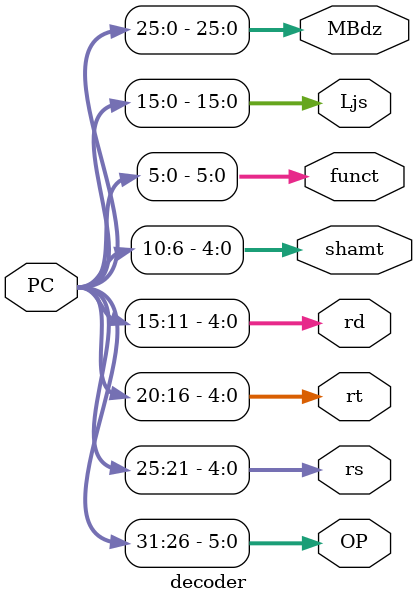
<source format=v>
`timescale 1ns / 1ps


module decoder(PC,OP,rs,rt,rd,shamt,funct,Ljs,MBdz);
    
    input [31:0] PC;
    output reg [5:0] OP;
    output reg [4:0] rs;
    output reg [4:0] rt;
    output reg [4:0] rd;
    output reg [4:0] shamt;
    output reg [5:0] funct;
    output reg [15:0] Ljs;
    output reg [25:0] MBdz;
    
    initial begin
        OP=0;
        rs=0;
        rt=0;
        rd=0;
        shamt=0;
        funct=0;
        Ljs=0;
        MBdz=0;
        end
    
    
    always @(PC)begin
        OP = PC[31:26];
        rs = PC[25:21];
        rt = PC[20:16];
        rd = PC[15:11];
        shamt = PC[10:6];
        funct = PC[5:0];
        Ljs = PC[15:0];
        MBdz = PC[25:0];
        end
   endmodule

</source>
